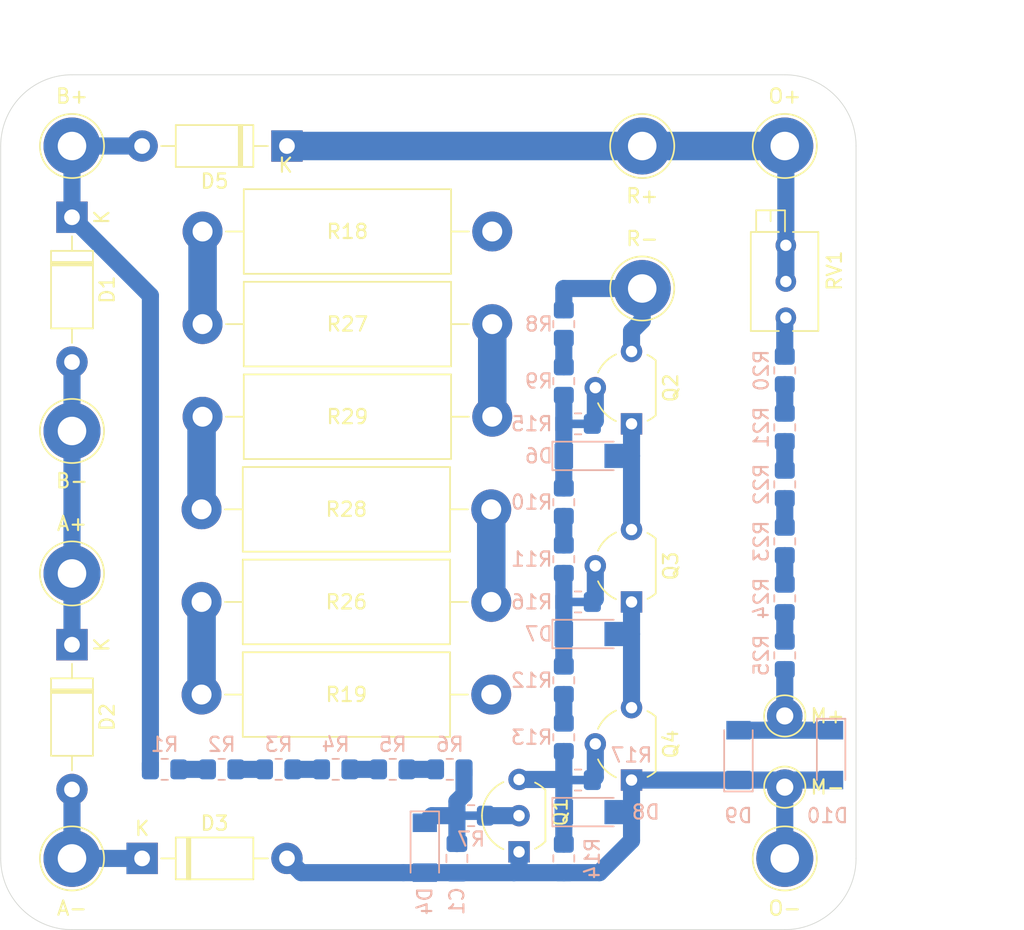
<source format=kicad_pcb>
(kicad_pcb (version 20211014) (generator pcbnew)
  (layers (0 "F.Cu" signal) (31 "B.Cu" signal) (34 "B.Paste" user) (35 "F.Paste" user) (36 "B.SilkS" user "B.Silkscreen") (37 "F.SilkS" user "F.Silkscreen") (38 "B.Mask" user) (39 "F.Mask" user) (44 "Edge.Cuts" user))
  (net 0 "")
  (net 1 "/Dischg_dis")
  (net 2 "/Vout-")
  (net 3 "/Vsup+")
  (net 4 "/Vsupmid")
  (net 5 "/Vsup-")
  (net 6 "/Vout+")
  (net 7 "/Vg3")
  (net 8 "/Vd2")
  (net 9 "/Vg2")
  (net 10 "/Vd1")
  (net 11 "/Vg1")
  (net 12 "/Meter+")
  (net 13 "/Vd3")
  (net 14 "Net-(Q2-Pad2)")
  (net 15 "Net-(Q3-Pad2)")
  (net 16 "Net-(Q4-Pad2)")
  (net 17 "Net-(R1-Pad2)")
  (net 18 "Net-(R2-Pad2)")
  (net 19 "Net-(R3-Pad2)")
  (net 20 "Net-(R4-Pad2)")
  (net 21 "Net-(R5-Pad2)")
  (net 22 "Net-(R8-Pad2)")
  (net 23 "Net-(R10-Pad2)")
  (net 24 "Net-(R12-Pad2)")
  (net 25 "Net-(R18-Pad2)")
  (net 26 "Net-(R20-Pad2)")
  (net 27 "Net-(R21-Pad2)")
  (net 28 "Net-(R22-Pad2)")
  (net 29 "Net-(R23-Pad2)")
  (net 30 "Net-(R24-Pad2)")
  (net 31 "Net-(R20-Pad1)")
  (net 32 "Net-(Q1-Pad2)")
  (net 33 "Net-(R19-Pad2)")
  (net 34 "Net-(R26-Pad2)")
  (net 35 "Net-(R27-Pad2)")
  (net 38 "Net-(R28-Pad2)")
  (footprint "Package_TO_SOT_THT:TO-92L_Wide" (layer "F.Cu") (at 194.25 114.5 90)
    (fp_text reference "Q2" (at 2.525 2.75 90) (layer "F.SilkS"))
    (fp_text value "Q_NMOS_SGD")
    (fp_line (start 0.6 1.7) (end 4.45 1.7) (layer "F.SilkS") (width 0.12))
    (fp_arc (start 4.842383 1.112264) (mid 4.666594 1.419753) (end 4.45 1.7) (layer "F.SilkS") (width 0.12))
    (fp_arc (start 3.6 -2.35) (mid 4.351408 -1.834367) (end 4.876463 -1.089513) (layer "F.SilkS") (width 0.12))
    (fp_arc (start 0.192226 -1.094786) (mid 0.710119 -1.833613) (end 1.45 -2.35) (layer "F.SilkS") (width 0.12))
    (fp_arc (start 0.6 1.7) (mid 0.389183 1.423933) (end 0.217369 1.122045) (layer "F.SilkS") (width 0.12))
    (pad "1" thru_hole rect (at 0 0 90) (size 1.5 1.5) (drill 0.8) (layers *.Cu *.Mask) (net 8 "/Vd2"))
    (pad "2" thru_hole circle (at 2.54 -2.54 90) (size 1.5 1.5) (drill 0.8) (layers *.Cu *.Mask) (net 14 "Net-(Q2-Pad2)"))
    (pad "3" thru_hole circle (at 5.08 0 90) (size 1.5 1.5) (drill 0.8) (layers *.Cu *.Mask) (net 13 "/Vd3"))
  )
  (footprint "TestPoint:TestPoint_THTPad_D4.0mm_Drill2.0mm" (layer "F.Cu") (at 155 125)
    (fp_text reference "J3" hide)
    (fp_text value "A+" (at 0 -3.5) (layer "F.SilkS"))
    (fp_circle (center 0 0) (end 0 2.25) (layer "F.SilkS") (width 0.12) (fill none))
    (pad "1" thru_hole circle (at 0 0) (size 4 4) (drill 2) (layers *.Cu *.Mask) (net 4 "/Vsupmid"))
  )
  (footprint "TestPoint:TestPoint_THTPad_D2.5mm_Drill1.2mm" (layer "F.Cu") (at 205 140)
    (fp_text reference "J8" hide)
    (fp_text value "M-" (at 3 0) (layer "F.SilkS"))
    (fp_circle (center 0 0) (end 0 1.45) (layer "F.SilkS") (width 0.12) (fill none))
    (pad "1" thru_hole circle (at 0 0) (size 2.5 2.5) (drill 1.2) (layers *.Cu *.Mask) (net 2 "/Vout-"))
  )
  (footprint "Package_TO_SOT_THT:TO-92L_Wide" (layer "F.Cu") (at 194.25 139.5 90)
    (fp_text reference "Q4" (at 2.525 2.75 90) (layer "F.SilkS"))
    (fp_text value "Q_NMOS_SGD")
    (fp_line (start 0.6 1.7) (end 4.45 1.7) (layer "F.SilkS") (width 0.12))
    (fp_arc (start 0.6 1.7) (mid 0.389183 1.423933) (end 0.217369 1.122045) (layer "F.SilkS") (width 0.12))
    (fp_arc (start 0.192226 -1.094786) (mid 0.710119 -1.833613) (end 1.45 -2.35) (layer "F.SilkS") (width 0.12))
    (fp_arc (start 4.842383 1.112264) (mid 4.666594 1.419753) (end 4.45 1.7) (layer "F.SilkS") (width 0.12))
    (fp_arc (start 3.6 -2.35) (mid 4.351408 -1.834367) (end 4.876463 -1.089513) (layer "F.SilkS") (width 0.12))
    (pad "1" thru_hole rect (at 0 0 90) (size 1.5 1.5) (drill 0.8) (layers *.Cu *.Mask) (net 2 "/Vout-"))
    (pad "2" thru_hole circle (at 2.54 -2.54 90) (size 1.5 1.5) (drill 0.8) (layers *.Cu *.Mask) (net 16 "Net-(Q4-Pad2)"))
    (pad "3" thru_hole circle (at 5.08 0 90) (size 1.5 1.5) (drill 0.8) (layers *.Cu *.Mask) (net 10 "/Vd1"))
  )
  (footprint "Diode_THT:D_DO-41_SOD81_P10.16mm_Horizontal" (layer "F.Cu") (at 170.08 95 180)
    (fp_text reference "D5" (at 5.08 -2.47) (layer "F.SilkS"))
    (fp_text value "1N4007")
    (fp_text user "K" (at 0.09 -1.35) (layer "F.SilkS"))
    (fp_line (start 7.8 -1.47) (end 2.36 -1.47) (layer "F.SilkS") (width 0.12))
    (fp_line (start 7.8 1.47) (end 7.8 -1.47) (layer "F.SilkS") (width 0.12))
    (fp_line (start 8.82 0) (end 7.8 0) (layer "F.SilkS") (width 0.12))
    (fp_line (start 3.14 -1.47) (end 3.14 1.47) (layer "F.SilkS") (width 0.12))
    (fp_line (start 2.36 1.47) (end 7.8 1.47) (layer "F.SilkS") (width 0.12))
    (fp_line (start 1.34 0) (end 2.36 0) (layer "F.SilkS") (width 0.12))
    (fp_line (start 3.38 -1.47) (end 3.38 1.47) (layer "F.SilkS") (width 0.12))
    (fp_line (start 2.36 -1.47) (end 2.36 1.47) (layer "F.SilkS") (width 0.12))
    (fp_line (start 3.26 -1.47) (end 3.26 1.47) (layer "F.SilkS") (width 0.12))
    (pad "1" thru_hole rect (at 0 0 180) (size 2.2 2.2) (drill 1.1) (layers *.Cu *.Mask) (net 6 "/Vout+"))
    (pad "2" thru_hole oval (at 10.16 0 180) (size 2.2 2.2) (drill 1.1) (layers *.Cu *.Mask) (net 3 "/Vsup+"))
  )
  (footprint "Resistor_THT:R_Axial_DIN0614_L14.3mm_D5.7mm_P20.32mm_Horizontal" (layer "F.Cu") (at 184.48 114 180)
    (fp_text reference "R29" (at 10.16 0) (layer "F.SilkS"))
    (fp_text value "2k2")
    (fp_line (start 17.43 -2.97) (end 2.89 -2.97) (layer "F.SilkS") (width 0.12))
    (fp_line (start 2.89 2.97) (end 17.43 2.97) (layer "F.SilkS") (width 0.12))
    (fp_line (start 1.64 0) (end 2.89 0) (layer "F.SilkS") (width 0.12))
    (fp_line (start 17.43 2.97) (end 17.43 -2.97) (layer "F.SilkS") (width 0.12))
    (fp_line (start 2.89 -2.97) (end 2.89 2.97) (layer "F.SilkS") (width 0.12))
    (fp_line (start 18.68 0) (end 17.43 0) (layer "F.SilkS") (width 0.12))
    (pad "1" thru_hole circle (at 0 0 180) (size 2.8 2.8) (drill 1.4) (layers *.Cu *.Mask) (net 35 "Net-(R27-Pad2)"))
    (pad "2" thru_hole oval (at 20.32 0 180) (size 2.8 2.8) (drill 1.4) (layers *.Cu *.Mask) (net 38 "Net-(R28-Pad2)"))
  )
  (footprint "Package_TO_SOT_THT:TO-92L_Wide" (layer "F.Cu") (at 194.25 127 90)
    (fp_text reference "Q3" (at 2.525 2.75 90) (layer "F.SilkS"))
    (fp_text value "Q_NMOS_SGD")
    (fp_line (start 0.6 1.7) (end 4.45 1.7) (layer "F.SilkS") (width 0.12))
    (fp_arc (start 3.6 -2.35) (mid 4.351408 -1.834367) (end 4.876463 -1.089513) (layer "F.SilkS") (width 0.12))
    (fp_arc (start 0.6 1.7) (mid 0.389183 1.423933) (end 0.217369 1.122045) (layer "F.SilkS") (width 0.12))
    (fp_arc (start 4.842383 1.112264) (mid 4.666594 1.419753) (end 4.45 1.7) (layer "F.SilkS") (width 0.12))
    (fp_arc (start 0.192226 -1.094786) (mid 0.710119 -1.833613) (end 1.45 -2.35) (layer "F.SilkS") (width 0.12))
    (pad "1" thru_hole rect (at 0 0 90) (size 1.5 1.5) (drill 0.8) (layers *.Cu *.Mask) (net 10 "/Vd1"))
    (pad "2" thru_hole circle (at 2.54 -2.54 90) (size 1.5 1.5) (drill 0.8) (layers *.Cu *.Mask) (net 15 "Net-(Q3-Pad2)"))
    (pad "3" thru_hole circle (at 5.08 0 90) (size 1.5 1.5) (drill 0.8) (layers *.Cu *.Mask) (net 8 "/Vd2"))
  )
  (footprint "Diode_THT:D_DO-41_SOD81_P10.16mm_Horizontal" (layer "F.Cu") (at 155 130 -90)
    (fp_text reference "D2" (at 5.08 -2.47 90) (layer "F.SilkS"))
    (fp_text value "1N4007")
    (fp_text user "K" (at 0 -2.1 90) (layer "F.SilkS"))
    (fp_line (start 8.82 0) (end 7.8 0) (layer "F.SilkS") (width 0.12))
    (fp_line (start 3.14 -1.47) (end 3.14 1.47) (layer "F.SilkS") (width 0.12))
    (fp_line (start 1.34 0) (end 2.36 0) (layer "F.SilkS") (width 0.12))
    (fp_line (start 2.36 1.47) (end 7.8 1.47) (layer "F.SilkS") (width 0.12))
    (fp_line (start 2.36 -1.47) (end 2.36 1.47) (layer "F.SilkS") (width 0.12))
    (fp_line (start 7.8 1.47) (end 7.8 -1.47) (layer "F.SilkS") (width 0.12))
    (fp_line (start 3.26 -1.47) (end 3.26 1.47) (layer "F.SilkS") (width 0.12))
    (fp_line (start 7.8 -1.47) (end 2.36 -1.47) (layer "F.SilkS") (width 0.12))
    (fp_line (start 3.38 -1.47) (end 3.38 1.47) (layer "F.SilkS") (width 0.12))
    (pad "1" thru_hole rect (at 0 0 270) (size 2.2 2.2) (drill 1.1) (layers *.Cu *.Mask) (net 4 "/Vsupmid"))
    (pad "2" thru_hole oval (at 10.16 0 270) (size 2.2 2.2) (drill 1.1) (layers *.Cu *.Mask) (net 5 "/Vsup-"))
  )
  (footprint "TestPoint:TestPoint_THTPad_D4.0mm_Drill2.0mm" (layer "F.Cu") (at 155 95)
    (fp_text reference "J1" hide)
    (fp_text value "B+" (at 0 -3.5) (layer "F.SilkS"))
    (fp_circle (center 0 0) (end 0 2.25) (layer "F.SilkS") (width 0.12) (fill none))
    (pad "1" thru_hole circle (at 0 0) (size 4 4) (drill 2) (layers *.Cu *.Mask) (net 3 "/Vsup+"))
  )
  (footprint "Package_TO_SOT_THT:TO-92_Inline_Wide" (layer "F.Cu") (at 186.36 144.54 90)
    (fp_text reference "Q1" (at 2.79 2.89 90) (layer "F.SilkS"))
    (fp_text value "2N7000")
    (fp_line (start 0.74 1.85) (end 4.34 1.85) (layer "F.SilkS") (width 0.12))
    (fp_arc (start 0.1836 -1.098807) (mid 1.143021 -2.192817) (end 2.54 -2.6) (layer "F.SilkS") (width 0.12))
    (fp_arc (start 4.864184 1.122795) (mid 4.633903 1.509328) (end 4.34 1.85) (layer "F.SilkS") (width 0.12))
    (fp_arc (start 0.74 1.85) (mid 0.446097 1.509328) (end 0.215816 1.122795) (layer "F.SilkS") (width 0.12))
    (fp_arc (start 2.54 -2.6) (mid 3.936979 -2.192818) (end 4.8964 -1.098807) (layer "F.SilkS") (width 0.12))
    (pad "1" thru_hole rect (at 0 0 90) (size 1.5 1.5) (drill 0.8) (layers *.Cu *.Mask) (net 2 "/Vout-"))
    (pad "2" thru_hole circle (at 2.54 0 90) (size 1.5 1.5) (drill 0.8) (layers *.Cu *.Mask) (net 32 "Net-(Q1-Pad2)"))
    (pad "3" thru_hole circle (at 5.08 0 90) (size 1.5 1.5) (drill 0.8) (layers *.Cu *.Mask) (net 11 "/Vg1"))
  )
  (footprint "TestPoint:TestPoint_THTPad_D4.0mm_Drill2.0mm" (layer "F.Cu") (at 155 115)
    (fp_text reference "J2" hide)
    (fp_text value "B-" (at 0 3.5) (layer "F.SilkS"))
    (fp_circle (center 0 0) (end 0 2.25) (layer "F.SilkS") (width 0.12) (fill none))
    (pad "1" thru_hole circle (at 0 0) (size 4 4) (drill 2) (layers *.Cu *.Mask) (net 4 "/Vsupmid"))
  )
  (footprint "Potentiometer_THT:Potentiometer_Bourns_3266Z_Horizontal" (layer "F.Cu") (at 205.075 107.05 -90)
    (fp_text reference "RV1" (at -3.3 -3.41 90) (layer "F.SilkS"))
    (fp_text value "200k")
    (fp_line (start -7.535 0.06) (end -6.056 0.06) (layer "F.SilkS") (width 0.12))
    (fp_line (start 0.935 0.496) (end 0.935 2.46) (layer "F.SilkS") (width 0.12))
    (fp_line (start -6.015 2.46) (end 0.935 2.46) (layer "F.SilkS") (width 0.12))
    (fp_line (start -6.016 0.496) (end -6.016 2.08) (layer "F.SilkS") (width 0.12))
    (fp_line (start -6.015 0.496) (end -6.015 2.46) (layer "F.SilkS") (width 0.12))
    (fp_line (start -6.015 -2.28) (end 0.935 -2.28) (layer "F.SilkS") (width 0.12))
    (fp_line (start -7.535 0.06) (end -7.535 2.08) (layer "F.SilkS") (width 0.12))
    (fp_line (start -6.015 -2.28) (end -6.015 -0.494) (layer "F.SilkS") (width 0.12))
    (fp_line (start -7.535 2.08) (end -6.016 2.08) (layer "F.SilkS") (width 0.12))
    (fp_line (start 0.935 -2.28) (end 0.935 -0.494) (layer "F.SilkS") (width 0.12))
    (fp_line (start -7.535 1.07) (end -6.776 1.07) (layer "F.SilkS") (width 0.12))
    (pad "1" thru_hole circle (at 0 0 270) (size 1.44 1.44) (drill 0.8) (layers *.Cu *.Mask) (net 31 "Net-(R20-Pad1)"))
    (pad "2" thru_hole circle (at -2.54 0 270) (size 1.44 1.44) (drill 0.8) (layers *.Cu *.Mask) (net 6 "/Vout+"))
    (pad "3" thru_hole circle (at -5.08 0 270) (size 1.44 1.44) (drill 0.8) (layers *.Cu *.Mask) (net 6 "/Vout+"))
  )
  (footprint "TestPoint:TestPoint_THTPad_D4.0mm_Drill2.0mm" (layer "F.Cu") (at 205 145)
    (fp_text reference "J9" hide)
    (fp_text value "O-" (at 0 3.5) (layer "F.SilkS"))
    (fp_circle (center 0 0) (end 0 2.25) (layer "F.SilkS") (width 0.12) (fill none))
    (pad "1" thru_hole circle (at 0 0) (size 4 4) (drill 2) (layers *.Cu *.Mask) (net 2 "/Vout-"))
  )
  (footprint "Diode_THT:D_DO-41_SOD81_P10.16mm_Horizontal" (layer "F.Cu") (at 155 100 -90)
    (fp_text reference "D1" (at 5.08 -2.47 90) (layer "F.SilkS"))
    (fp_text value "1N4007")
    (fp_text user "K" (at 0 -2.1 90) (layer "F.SilkS"))
    (fp_line (start 2.36 1.47) (end 7.8 1.47) (layer "F.SilkS") (width 0.12))
    (fp_line (start 7.8 1.47) (end 7.8 -1.47) (layer "F.SilkS") (width 0.12))
    (fp_line (start 2.36 -1.47) (end 2.36 1.47) (layer "F.SilkS") (width 0.12))
    (fp_line (start 1.34 0) (end 2.36 0) (layer "F.SilkS") (width 0.12))
    (fp_line (start 7.8 -1.47) (end 2.36 -1.47) (layer "F.SilkS") (width 0.12))
    (fp_line (start 3.38 -1.47) (end 3.38 1.47) (layer "F.SilkS") (width 0.12))
    (fp_line (start 8.82 0) (end 7.8 0) (layer "F.SilkS") (width 0.12))
    (fp_line (start 3.26 -1.47) (end 3.26 1.47) (layer "F.SilkS") (width 0.12))
    (fp_line (start 3.14 -1.47) (end 3.14 1.47) (layer "F.SilkS") (width 0.12))
    (pad "1" thru_hole rect (at 0 0 270) (size 2.2 2.2) (drill 1.1) (layers *.Cu *.Mask) (net 3 "/Vsup+"))
    (pad "2" thru_hole oval (at 10.16 0 270) (size 2.2 2.2) (drill 1.1) (layers *.Cu *.Mask) (net 4 "/Vsupmid"))
  )
  (footprint "Resistor_THT:R_Axial_DIN0614_L14.3mm_D5.7mm_P20.32mm_Horizontal" (layer "F.Cu") (at 184.41 120.5 180)
    (fp_text reference "R28" (at 10.16 0) (layer "F.SilkS"))
    (fp_text value "2k2")
    (fp_line (start 18.68 0) (end 17.43 0) (layer "F.SilkS") (width 0.12))
    (fp_line (start 1.64 0) (end 2.89 0) (layer "F.SilkS") (width 0.12))
    (fp_line (start 2.89 -2.97) (end 2.89 2.97) (layer "F.SilkS") (width 0.12))
    (fp_line (start 17.43 2.97) (end 17.43 -2.97) (layer "F.SilkS") (width 0.12))
    (fp_line (start 17.43 -2.97) (end 2.89 -2.97) (layer "F.SilkS") (width 0.12))
    (fp_line (start 2.89 2.97) (end 17.43 2.97) (layer "F.SilkS") (width 0.12))
    (pad "1" thru_hole circle (at 0 0 180) (size 2.8 2.8) (drill 1.4) (layers *.Cu *.Mask) (net 34 "Net-(R26-Pad2)"))
    (pad "2" thru_hole oval (at 20.32 0 180) (size 2.8 2.8) (drill 1.4) (layers *.Cu *.Mask) (net 38 "Net-(R28-Pad2)"))
  )
  (footprint "TestPoint:TestPoint_THTPad_D4.0mm_Drill2.0mm" (layer "F.Cu") (at 195 105)
    (fp_text reference "J6" hide)
    (fp_text value "R-" (at 0 -3.5) (layer "F.SilkS"))
    (fp_circle (center 0 0) (end 0 2.25) (layer "F.SilkS") (width 0.12) (fill none))
    (pad "1" thru_hole circle (at 0 0) (size 4 4) (drill 2) (layers *.Cu *.Mask) (net 13 "/Vd3"))
  )
  (footprint "Diode_THT:D_DO-41_SOD81_P10.16mm_Horizontal" (layer "F.Cu") (at 159.92 145)
    (fp_text reference "D3" (at 5.08 -2.47) (layer "F.SilkS"))
    (fp_text value "1N4007")
    (fp_text user "K" (at 0 -2.1) (layer "F.SilkS"))
    (fp_line (start 3.26 -1.47) (end 3.26 1.47) (layer "F.SilkS") (width 0.12))
    (fp_line (start 2.36 -1.47) (end 2.36 1.47) (layer "F.SilkS") (width 0.12))
    (fp_line (start 2.36 1.47) (end 7.8 1.47) (layer "F.SilkS") (width 0.12))
    (fp_line (start 3.14 -1.47) (end 3.14 1.47) (layer "F.SilkS") (width 0.12))
    (fp_line (start 7.8 1.47) (end 7.8 -1.47) (layer "F.SilkS") (width 0.12))
    (fp_line (start 3.38 -1.47) (end 3.38 1.47) (layer "F.SilkS") (width 0.12))
    (fp_line (start 7.8 -1.47) (end 2.36 -1.47) (layer "F.SilkS") (width 0.12))
    (fp_line (start 8.82 0) (end 7.8 0) (layer "F.SilkS") (width 0.12))
    (fp_line (start 1.34 0) (end 2.36 0) (layer "F.SilkS") (width 0.12))
    (pad "1" thru_hole rect (at 0 0) (size 2.2 2.2) (drill 1.1) (layers *.Cu *.Mask) (net 5 "/Vsup-"))
    (pad "2" thru_hole oval (at 10.16 0) (size 2.2 2.2) (drill 1.1) (layers *.Cu *.Mask) (net 2 "/Vout-"))
  )
  (footprint "Resistor_THT:R_Axial_DIN0614_L14.3mm_D5.7mm_P20.32mm_Horizontal" (layer "F.Cu") (at 184.41 133.5 180)
    (fp_text reference "R19" (at 10.16 0) (layer "F.SilkS"))
    (fp_text value "2k2")
    (fp_line (start 18.68 0) (end 17.43 0) (layer "F.SilkS") (width 0.12))
    (fp_line (start 2.89 2.97) (end 17.43 2.97) (layer "F.SilkS") (width 0.12))
    (fp_line (start 17.43 2.97) (end 17.43 -2.97) (layer "F.SilkS") (width 0.12))
    (fp_line (start 1.64 0) (end 2.89 0) (layer "F.SilkS") (width 0.12))
    (fp_line (start 2.89 -2.97) (end 2.89 2.97) (layer "F.SilkS") (width 0.12))
    (fp_line (start 17.43 -2.97) (end 2.89 -2.97) (layer "F.SilkS") (width 0.12))
    (pad "1" thru_hole circle (at 0 0 180) (size 2.8 2.8) (drill 1.4) (layers *.Cu *.Mask))
    (pad "2" thru_hole oval (at 20.32 0 180) (size 2.8 2.8) (drill 1.4) (layers *.Cu *.Mask) (net 33 "Net-(R19-Pad2)"))
  )
  (footprint "TestPoint:TestPoint_THTPad_D4.0mm_Drill2.0mm" (layer "F.Cu") (at 155 145)
    (fp_text reference "J4" hide)
    (fp_text value "A-" (at 0 3.5) (layer "F.SilkS"))
    (fp_circle (center 0 0) (end 0 2.25) (layer "F.SilkS") (width 0.12) (fill none))
    (pad "1" thru_hole circle (at 0 0) (size 4 4) (drill 2) (layers *.Cu *.Mask) (net 5 "/Vsup-"))
  )
  (footprint "TestPoint:TestPoint_THTPad_D4.0mm_Drill2.0mm" (layer "F.Cu") (at 195 95)
    (fp_text reference "J5" hide)
    (fp_text value "R+" (at 0 3.5) (layer "F.SilkS"))
    (fp_circle (center 0 0) (end 0 2.25) (layer "F.SilkS") (width 0.12) (fill none))
    (pad "1" thru_hole circle (at 0 0) (size 4 4) (drill 2) (layers *.Cu *.Mask) (net 6 "/Vout+"))
  )
  (footprint "Resistor_THT:R_Axial_DIN0614_L14.3mm_D5.7mm_P20.32mm_Horizontal" (layer "F.Cu") (at 164.09 127)
    (fp_text reference "R26" (at 10.16 0) (layer "F.SilkS"))
    (fp_text value "2k2")
    (fp_line (start 18.68 0) (end 17.43 0) (layer "F.SilkS") (width 0.12))
    (fp_line (start 17.43 -2.97) (end 2.89 -2.97) (layer "F.SilkS") (width 0.12))
    (fp_line (start 2.89 2.97) (end 17.43 2.97) (layer "F.SilkS") (width 0.12))
    (fp_line (start 2.89 -2.97) (end 2.89 2.97) (layer "F.SilkS") (width 0.12))
    (fp_line (start 17.43 2.97) (end 17.43 -2.97) (layer "F.SilkS") (width 0.12))
    (fp_line (start 1.64 0) (end 2.89 0) (layer "F.SilkS") (width 0.12))
    (pad "1" thru_hole circle (at 0 0) (size 2.8 2.8) (drill 1.4) (layers *.Cu *.Mask) (net 33 "Net-(R19-Pad2)"))
    (pad "2" thru_hole oval (at 20.32 0) (size 2.8 2.8) (drill 1.4) (layers *.Cu *.Mask) (net 34 "Net-(R26-Pad2)"))
  )
  (footprint "TestPoint:TestPoint_THTPad_D2.5mm_Drill1.2mm" (layer "F.Cu") (at 205 135)
    (fp_text reference "J7" hide)
    (fp_text value "M+" (at 3 0) (layer "F.SilkS"))
    (fp_circle (center 0 0) (end 0 1.45) (layer "F.SilkS") (width 0.12) (fill none))
    (pad "1" thru_hole circle (at 0 0) (size 2.5 2.5) (drill 1.2) (layers *.Cu *.Mask) (net 12 "/Meter+"))
  )
  (footprint "TestPoint:TestPoint_THTPad_D4.0mm_Drill2.0mm" (layer "F.Cu") (at 205 95)
    (fp_text reference "J10" hide)
    (fp_text value "O+" (at 0 -3.5) (layer "F.SilkS"))
    (fp_circle (center 0 0) (end 0 2.25) (layer "F.SilkS") (width 0.12) (fill none))
    (pad "1" thru_hole circle (at 0 0) (size 4 4) (drill 2) (layers *.Cu *.Mask) (net 6 "/Vout+"))
  )
  (footprint "Resistor_THT:R_Axial_DIN0614_L14.3mm_D5.7mm_P20.32mm_Horizontal" (layer "F.Cu") (at 164.16 107.5)
    (fp_text reference "R27" (at 10.16 0) (layer "F.SilkS"))
    (fp_text value "2k2")
    (fp_line (start 17.43 2.97) (end 17.43 -2.97) (layer "F.SilkS") (width 0.12))
    (fp_line (start 2.89 2.97) (end 17.43 2.97) (layer "F.SilkS") (width 0.12))
    (fp_line (start 1.64 0) (end 2.89 0) (layer "F.SilkS") (width 0.12))
    (fp_line (start 18.68 0) (end 17.43 0) (layer "F.SilkS") (width 0.12))
    (fp_line (start 2.89 -2.97) (end 2.89 2.97) (layer "F.SilkS") (width 0.12))
    (fp_line (start 17.43 -2.97) (end 2.89 -2.97) (layer "F.SilkS") (width 0.12))
    (pad "1" thru_hole circle (at 0 0) (size 2.8 2.8) (drill 1.4) (layers *.Cu *.Mask) (net 25 "Net-(R18-Pad2)"))
    (pad "2" thru_hole oval (at 20.32 0) (size 2.8 2.8) (drill 1.4) (layers *.Cu *.Mask) (net 35 "Net-(R27-Pad2)"))
  )
  (footprint "Resistor_THT:R_Axial_DIN0614_L14.3mm_D5.7mm_P20.32mm_Horizontal" (layer "F.Cu") (at 184.48 101 180)
    (fp_text reference "R18" (at 10.16 0) (layer "F.SilkS"))
    (fp_text value "2k2")
    (fp_line (start 2.89 -2.97) (end 2.89 2.97) (layer "F.SilkS") (width 0.12))
    (fp_line (start 2.89 2.97) (end 17.43 2.97) (layer "F.SilkS") (width 0.12))
    (fp_line (start 17.43 -2.97) (end 2.89 -2.97) (layer "F.SilkS") (width 0.12))
    (fp_line (start 18.68 0) (end 17.43 0) (layer "F.SilkS") (width 0.12))
    (fp_line (start 1.64 0) (end 2.89 0) (layer "F.SilkS") (width 0.12))
    (fp_line (start 17.43 2.97) (end 17.43 -2.97) (layer "F.SilkS") (width 0.12))
    (pad "1" thru_hole circle (at 0 0 180) (size 2.8 2.8) (drill 1.4) (layers *.Cu *.Mask))
    (pad "2" thru_hole oval (at 20.32 0 180) (size 2.8 2.8) (drill 1.4) (layers *.Cu *.Mask) (net 25 "Net-(R18-Pad2)"))
  )
  (footprint "Resistor_SMD:R_0805_2012Metric_Pad1.20x1.40mm_HandSolder" (layer "B.Cu") (at 173.5 138.75)
    (fp_text reference "R4" (at 0 -1.75) (layer "B.SilkS") (effects (justify mirror)))
    (fp_text value "2M")
    (fp_line (start -0.227064 0.735) (end 0.227064 0.735) (layer "B.SilkS") (width 0.12))
    (fp_line (start -0.227064 -0.735) (end 0.227064 -0.735) (layer "B.SilkS") (width 0.12))
    (pad "1" smd roundrect (at -1 0) (size 1.2 1.4) (layers "B.Cu" "B.Paste" "B.Mask") (roundrect_rratio 0.208333) (net 19 "Net-(R3-Pad2)"))
    (pad "2" smd roundrect (at 1 0) (size 1.2 1.4) (layers "B.Cu" "B.Paste" "B.Mask") (roundrect_rratio 0.208333) (net 20 "Net-(R4-Pad2)"))
  )
  (footprint "Resistor_SMD:R_0805_2012Metric_Pad1.20x1.40mm_HandSolder" (layer "B.Cu") (at 205 126.75 -90)
    (fp_text reference "R24" (at 0 1.65 90) (layer "B.SilkS") (effects (justify mirror)))
    (fp_text value "2M")
    (fp_line (start -0.227064 -0.735) (end 0.227064 -0.735) (layer "B.SilkS") (width 0.12))
    (fp_line (start -0.227064 0.735) (end 0.227064 0.735) (layer "B.SilkS") (width 0.12))
    (pad "1" smd roundrect (at -1 0 270) (size 1.2 1.4) (layers "B.Cu" "B.Paste" "B.Mask") (roundrect_rratio 0.208333) (net 29 "Net-(R23-Pad2)"))
    (pad "2" smd roundrect (at 1 0 270) (size 1.2 1.4) (layers "B.Cu" "B.Paste" "B.Mask") (roundrect_rratio 0.208333) (net 30 "Net-(R24-Pad2)"))
  )
  (footprint "Resistor_SMD:R_0805_2012Metric_Pad1.20x1.40mm_HandSolder" (layer "B.Cu") (at 169.5 138.75)
    (fp_text reference "R3" (at 0 -1.75) (layer "B.SilkS") (effects (justify mirror)))
    (fp_text value "2M")
    (fp_line (start -0.227064 -0.735) (end 0.227064 -0.735) (layer "B.SilkS") (width 0.12))
    (fp_line (start -0.227064 0.735) (end 0.227064 0.735) (layer "B.SilkS") (width 0.12))
    (pad "1" smd roundrect (at -1 0) (size 1.2 1.4) (layers "B.Cu" "B.Paste" "B.Mask") (roundrect_rratio 0.208333) (net 18 "Net-(R2-Pad2)"))
    (pad "2" smd roundrect (at 1 0) (size 1.2 1.4) (layers "B.Cu" "B.Paste" "B.Mask") (roundrect_rratio 0.208333) (net 19 "Net-(R3-Pad2)"))
  )
  (footprint "Resistor_SMD:R_0805_2012Metric_Pad1.20x1.40mm_HandSolder" (layer "B.Cu") (at 189.5 132.5 -90)
    (fp_text reference "R12" (at 0 2.25 180) (layer "B.SilkS") (effects (justify mirror)))
    (fp_text value "2M")
    (fp_line (start -0.227064 0.735) (end 0.227064 0.735) (layer "B.SilkS") (width 0.12))
    (fp_line (start -0.227064 -0.735) (end 0.227064 -0.735) (layer "B.SilkS") (width 0.12))
    (pad "1" smd roundrect (at -1 0 270) (size 1.2 1.4) (layers "B.Cu" "B.Paste" "B.Mask") (roundrect_rratio 0.208333) (net 9 "/Vg2"))
    (pad "2" smd roundrect (at 1 0 270) (size 1.2 1.4) (layers "B.Cu" "B.Paste" "B.Mask") (roundrect_rratio 0.208333) (net 24 "Net-(R12-Pad2)"))
  )
  (footprint "Diode_SMD:D_MiniMELF" (layer "B.Cu") (at 201.75 137.75 90)
    (fp_text reference "D9" (at -4.25 0 180) (layer "B.SilkS") (effects (justify mirror)))
    (fp_text value "D")
    (fp_line (start -2.55 1) (end -2.55 -1) (layer "B.SilkS") (width 0.12))
    (fp_line (start 1.75 1) (end -2.55 1) (layer "B.SilkS") (width 0.12))
    (fp_line (start -2.55 -1) (end 1.75 -1) (layer "B.SilkS") (width 0.12))
    (pad "1" smd rect (at -1.75 0 90) (size 1.3 1.7) (layers "B.Cu" "B.Paste" "B.Mask") (net 2 "/Vout-"))
    (pad "2" smd rect (at 1.75 0 90) (size 1.3 1.7) (layers "B.Cu" "B.Paste" "B.Mask") (net 12 "/Meter+"))
  )
  (footprint "Resistor_SMD:R_0805_2012Metric_Pad1.20x1.40mm_HandSolder" (layer "B.Cu") (at 189.5 111.5 -90)
    (fp_text reference "R9" (at 0 1.75 180) (layer "B.SilkS") (effects (justify mirror)))
    (fp_text value "2M")
    (fp_line (start -0.227064 -0.735) (end 0.227064 -0.735) (layer "B.SilkS") (width 0.12))
    (fp_line (start -0.227064 0.735) (end 0.227064 0.735) (layer "B.SilkS") (width 0.12))
    (pad "1" smd roundrect (at -1 0 270) (size 1.2 1.4) (layers "B.Cu" "B.Paste" "B.Mask") (roundrect_rratio 0.208333) (net 22 "Net-(R8-Pad2)"))
    (pad "2" smd roundrect (at 1 0 270) (size 1.2 1.4) (layers "B.Cu" "B.Paste" "B.Mask") (roundrect_rratio 0.208333) (net 7 "/Vg3"))
  )
  (footprint "Diode_SMD:D_MiniMELF" (layer "B.Cu") (at 191.25 129.25)
    (fp_text reference "D7" (at -3.5 0) (layer "B.SilkS") (effects (justify mirror)))
    (fp_text value "BZV55B9V1")
    (fp_line (start -2.55 1) (end -2.55 -1) (layer "B.SilkS") (width 0.12))
    (fp_line (start 1.75 1) (end -2.55 1) (layer "B.SilkS") (width 0.12))
    (fp_line (start -2.55 -1) (end 1.75 -1) (layer "B.SilkS") (width 0.12))
    (pad "1" smd rect (at -1.75 0) (size 1.3 1.7) (layers "B.Cu" "B.Paste" "B.Mask") (net 9 "/Vg2"))
    (pad "2" smd rect (at 1.75 0) (size 1.3 1.7) (layers "B.Cu" "B.Paste" "B.Mask") (net 10 "/Vd1"))
  )
  (footprint "footprints:RBridged_0805_2012Metric_Pad1.20x1.40mm_HandSolder" (layer "B.Cu") (at 190.5 114.5)
    (fp_text reference "R15" (at -3.25 0) (layer "B.SilkS") (effects (justify mirror)))
    (fp_text value "10")
    (fp_poly (pts (xy 0.45 -0.3) (xy -0.45 -0.3) (xy -0.45 0.3) (xy 0.45 0.3)) (layer "B.Cu") (width 0) (fill solid))
    (fp_line (start -0.227064 -0.735) (end 0.227064 -0.735) (layer "B.SilkS") (width 0.12))
    (fp_line (start -0.227064 0.735) (end 0.227064 0.735) (layer "B.SilkS") (width 0.12))
    (pad "1" smd roundrect (at -1 0) (size 1.2 1.4) (layers "B.Cu" "B.Paste" "B.Mask") (roundrect_rratio 0.208333) (net 7 "/Vg3"))
    (pad "2" smd roundrect (at 1 0) (size 1.2 1.4) (layers "B.Cu" "B.Paste" "B.Mask") (roundrect_rratio 0.208333) (net 14 "Net-(Q2-Pad2)"))
  )
  (footprint "Resistor_SMD:R_0805_2012Metric_Pad1.20x1.40mm_HandSolder" (layer "B.Cu") (at 205 110.75 -90)
    (fp_text reference "R20" (at 0 1.65 90) (layer "B.SilkS") (effects (justify mirror)))
    (fp_text value "2M")
    (fp_line (start -0.227064 0.735) (end 0.227064 0.735) (layer "B.SilkS") (width 0.12))
    (fp_line (start -0.227064 -0.735) (end 0.227064 -0.735) (layer "B.SilkS") (width 0.12))
    (pad "1" smd roundrect (at -1 0 270) (size 1.2 1.4) (layers "B.Cu" "B.Paste" "B.Mask") (roundrect_rratio 0.208333) (net 31 "Net-(R20-Pad1)"))
    (pad "2" smd roundrect (at 1 0 270) (size 1.2 1.4) (layers "B.Cu" "B.Paste" "B.Mask") (roundrect_rratio 0.208333) (net 26 "Net-(R20-Pad2)"))
  )
  (footprint "Resistor_SMD:R_0805_2012Metric_Pad1.20x1.40mm_HandSolder" (layer "B.Cu") (at 205 118.75 -90)
    (fp_text reference "R22" (at 0 1.65 90) (layer "B.SilkS") (effects (justify mirror)))
    (fp_text value "2M")
    (fp_line (start -0.227064 -0.735) (end 0.227064 -0.735) (layer "B.SilkS") (width 0.12))
    (fp_line (start -0.227064 0.735) (end 0.227064 0.735) (layer "B.SilkS") (width 0.12))
    (pad "1" smd roundrect (at -1 0 270) (size 1.2 1.4) (layers "B.Cu" "B.Paste" "B.Mask") (roundrect_rratio 0.208333) (net 27 "Net-(R21-Pad2)"))
    (pad "2" smd roundrect (at 1 0 270) (size 1.2 1.4) (layers "B.Cu" "B.Paste" "B.Mask") (roundrect_rratio 0.208333) (net 28 "Net-(R22-Pad2)"))
  )
  (footprint "Resistor_SMD:R_0805_2012Metric_Pad1.20x1.40mm_HandSolder" (layer "B.Cu") (at 189.5 145 -90)
    (fp_text reference "R14" (at 0 -2 90) (layer "B.SilkS") (effects (justify mirror)))
    (fp_text value "2M")
    (fp_line (start -0.227064 0.735) (end 0.227064 0.735) (layer "B.SilkS") (width 0.12))
    (fp_line (start -0.227064 -0.735) (end 0.227064 -0.735) (layer "B.SilkS") (width 0.12))
    (pad "1" smd roundrect (at -1 0 270) (size 1.2 1.4) (layers "B.Cu" "B.Paste" "B.Mask") (roundrect_rratio 0.208333) (net 11 "/Vg1"))
    (pad "2" smd roundrect (at 1 0 270) (size 1.2 1.4) (layers "B.Cu" "B.Paste" "B.Mask") (roundrect_rratio 0.208333) (net 2 "/Vout-"))
  )
  (footprint "Resistor_SMD:R_0805_2012Metric_Pad1.20x1.40mm_HandSolder" (layer "B.Cu") (at 165.5 138.75)
    (fp_text reference "R2" (at 0 -1.75) (layer "B.SilkS") (effects (justify mirror)))
    (fp_text value "2M")
    (fp_line (start -0.227064 -0.735) (end 0.227064 -0.735) (layer "B.SilkS") (width 0.12))
    (fp_line (start -0.227064 0.735) (end 0.227064 0.735) (layer "B.SilkS") (width 0.12))
    (pad "1" smd roundrect (at -1 0) (size 1.2 1.4) (layers "B.Cu" "B.Paste" "B.Mask") (roundrect_rratio 0.208333) (net 17 "Net-(R1-Pad2)"))
    (pad "2" smd roundrect (at 1 0) (size 1.2 1.4) (layers "B.Cu" "B.Paste" "B.Mask") (roundrect_rratio 0.208333) (net 18 "Net-(R2-Pad2)"))
  )
  (footprint "Resistor_SMD:R_0805_2012Metric_Pad1.20x1.40mm_HandSolder" (layer "B.Cu") (at 205 122.75 -90)
    (fp_text reference "R23" (at 0 1.65 90) (layer "B.SilkS") (effects (justify mirror)))
    (fp_text value "2M")
    (fp_line (start -0.227064 0.735) (end 0.227064 0.735) (layer "B.SilkS") (width 0.12))
    (fp_line (start -0.227064 -0.735) (end 0.227064 -0.735) (layer "B.SilkS") (width 0.12))
    (pad "1" smd roundrect (at -1 0 270) (size 1.2 1.4) (layers "B.Cu" "B.Paste" "B.Mask") (roundrect_rratio 0.208333) (net 28 "Net-(R22-Pad2)"))
    (pad "2" smd roundrect (at 1 0 270) (size 1.2 1.4) (layers "B.Cu" "B.Paste" "B.Mask") (roundrect_rratio 0.208333) (net 29 "Net-(R23-Pad2)"))
  )
  (footprint "Resistor_SMD:R_0805_2012Metric_Pad1.20x1.40mm_HandSolder" (layer "B.Cu") (at 177.5 138.75)
    (fp_text reference "R5" (at 0 -1.75) (layer "B.SilkS") (effects (justify mirror)))
    (fp_text value "2M")
    (fp_line (start -0.227064 -0.735) (end 0.227064 -0.735) (layer "B.SilkS") (width 0.12))
    (fp_line (start -0.227064 0.735) (end 0.227064 0.735) (layer "B.SilkS") (width 0.12))
    (pad "1" smd roundrect (at -1 0) (size 1.2 1.4) (layers "B.Cu" "B.Paste" "B.Mask") (roundrect_rratio 0.208333) (net 20 "Net-(R4-Pad2)"))
    (pad "2" smd roundrect (at 1 0) (size 1.2 1.4) (layers "B.Cu" "B.Paste" "B.Mask") (roundrect_rratio 0.208333) (net 21 "Net-(R5-Pad2)"))
  )
  (footprint "Resistor_SMD:R_0805_2012Metric_Pad1.20x1.40mm_HandSolder" (layer "B.Cu") (at 161.5 138.75)
    (fp_text reference "R1" (at 0 -1.75) (layer "B.SilkS") (effects (justify mirror)))
    (fp_text value "2M")
    (fp_line (start -0.227064 0.735) (end 0.227064 0.735) (layer "B.SilkS") (width 0.12))
    (fp_line (start -0.227064 -0.735) (end 0.227064 -0.735) (layer "B.SilkS") (width 0.12))
    (pad "1" smd roundrect (at -1 0) (size 1.2 1.4) (layers "B.Cu" "B.Paste" "B.Mask") (roundrect_rratio 0.208333) (net 3 "/Vsup+"))
    (pad "2" smd roundrect (at 1 0) (size 1.2 1.4) (layers "B.Cu" "B.Paste" "B.Mask") (roundrect_rratio 0.208333) (net 17 "Net-(R1-Pad2)"))
  )
  (footprint "Diode_SMD:D_MiniMELF" (layer "B.Cu") (at 179.75 144.25 -90)
    (fp_text reference "D4" (at 3.75 0 90) (layer "B.SilkS") (effects (justify mirror)))
    (fp_text value "BZV55B9V1")
    (fp_line (start -2.55 -1) (end 1.75 -1) (layer "B.SilkS") (width 0.12))
    (fp_line (start -2.55 1) (end -2.55 -1) (layer "B.SilkS") (width 0.12))
    (fp_line (start 1.75 1) (end -2.55 1) (layer "B.SilkS") (width 0.12))
    (pad "1" smd rect (at -1.75 0 270) (size 1.3 1.7) (layers "B.Cu" "B.Paste" "B.Mask") (net 1 "/Dischg_dis"))
    (pad "2" smd rect (at 1.75 0 270) (size 1.3 1.7) (layers "B.Cu" "B.Paste" "B.Mask") (net 2 "/Vout-"))
  )
  (footprint "Resistor_SMD:R_0805_2012Metric_Pad1.20x1.40mm_HandSolder" (layer "B.Cu") (at 181.5 138.75)
    (fp_text reference "R6" (at 0 -1.75) (layer "B.SilkS") (effects (justify mirror)))
    (fp_text value "2M")
    (fp_line (start -0.227064 0.735) (end 0.227064 0.735) (layer "B.SilkS") (width 0.12))
    (fp_line (start -0.227064 -0.735) (end 0.227064 -0.735) (layer "B.SilkS") (width 0.12))
    (pad "1" smd roundrect (at -1 0) (size 1.2 1.4) (layers "B.Cu" "B.Paste" "B.Mask") (roundrect_rratio 0.208333) (net 21 "Net-(R5-Pad2)"))
    (pad "2" smd roundrect (at 1 0) (size 1.2 1.4) (layers "B.Cu" "B.Paste" "B.Mask") (roundrect_rratio 0.208333) (net 1 "/Dischg_dis"))
  )
  (footprint "Resistor_SMD:R_0805_2012Metric_Pad1.20x1.40mm_HandSolder" (layer "B.Cu") (at 205 114.75 -90)
    (fp_text reference "R21" (at 0 1.65 90) (layer "B.SilkS") (effects (justify mirror)))
    (fp_text value "2M")
    (fp_line (start -0.227064 -0.735) (end 0.227064 -0.735) (layer "B.SilkS") (width 0.12))
    (fp_line (start -0.227064 0.735) (end 0.227064 0.735) (layer "B.SilkS") (width 0.12))
    (pad "1" smd roundrect (at -1 0 270) (size 1.2 1.4) (layers "B.Cu" "B.Paste" "B.Mask") (roundrect_rratio 0.208333) (net 26 "Net-(R20-Pad2)"))
    (pad "2" smd roundrect (at 1 0 270) (size 1.2 1.4) (layers "B.Cu" "B.Paste" "B.Mask") (roundrect_rratio 0.208333) (net 27 "Net-(R21-Pad2)"))
  )
  (footprint "Resistor_SMD:R_0805_2012Metric_Pad1.20x1.40mm_HandSolder" (layer "B.Cu") (at 189.5 136.5 -90)
    (fp_text reference "R13" (at 0 2.25 180) (layer "B.SilkS") (effects (justify mirror)))
    (fp_text value "2M")
    (fp_line (start -0.227064 -0.735) (end 0.227064 -0.735) (layer "B.SilkS") (width 0.12))
    (fp_line (start -0.227064 0.735) (end 0.227064 0.735) (layer "B.SilkS") (width 0.12))
    (pad "1" smd roundrect (at -1 0 270) (size 1.2 1.4) (layers "B.Cu" "B.Paste" "B.Mask") (roundrect_rratio 0.208333) (net 24 "Net-(R12-Pad2)"))
    (pad "2" smd roundrect (at 1 0 270) (size 1.2 1.4) (layers "B.Cu" "B.Paste" "B.Mask") (roundrect_rratio 0.208333) (net 11 "/Vg1"))
  )
  (footprint "Diode_SMD:D_MiniMELF" (layer "B.Cu") (at 208.25 137.75 -90)
    (fp_text reference "D10" (at 4.25 0.25 180) (layer "B.SilkS") (effects (justify mirror)))
    (fp_text value "D")
    (fp_line (start -2.55 1) (end -2.55 -1) (layer "B.SilkS") (width 0.12))
    (fp_line (start -2.55 -1) (end 1.75 -1) (layer "B.SilkS") (width 0.12))
    (fp_line (start 1.75 1) (end -2.55 1) (layer "B.SilkS") (width 0.12))
    (pad "1" smd rect (at -1.75 0 270) (size 1.3 1.7) (layers "B.Cu" "B.Paste" "B.Mask") (net 12 "/Meter+"))
    (pad "2" smd rect (at 1.75 0 270) (size 1.3 1.7) (layers "B.Cu" "B.Paste" "B.Mask") (net 2 "/Vout-"))
  )
  (footprint "Diode_SMD:D_MiniMELF" (layer "B.Cu") (at 191.25 141.75)
    (fp_text reference "D8" (at 4 0) (layer "B.SilkS") (effects (justify mirror)))
    (fp_text value "BZV55B9V1")
    (fp_line (start -2.55 1) (end -2.55 -1) (layer "B.SilkS") (width 0.12))
    (fp_line (start 1.75 1) (end -2.55 1) (layer "B.SilkS") (width 0.12))
    (fp_line (start -2.55 -1) (end 1.75 -1) (layer "B.SilkS") (width 0.12))
    (pad "1" smd rect (at -1.75 0) (size 1.3 1.7) (layers "B.Cu" "B.Paste" "B.Mask") (net 11 "/Vg1"))
    (pad "2" smd rect (at 1.75 0) (size 1.3 1.7) (layers "B.Cu" "B.Paste" "B.Mask") (net 2 "/Vout-"))
  )
  (footprint "footprints:RBridged_0805_2012Metric_Pad1.20x1.40mm_HandSolder" (layer "B.Cu") (at 190.5 127)
    (fp_text reference "R16" (at -3.25 0) (layer "B.SilkS") (effects (justify mirror)))
    (fp_text value "10")
    (fp_poly (pts (xy 0.45 -0.3) (xy -0.45 -0.3) (xy -0.45 0.3) (xy 0.45 0.3)) (layer "B.Cu") (width 0) (fill solid))
    (fp_line (start -0.227064 0.735) (end 0.227064 0.735) (layer "B.SilkS") (width 0.12))
    (fp_line (start -0.227064 -0.735) (end 0.227064 -0.735) (layer "B.SilkS") (width 0.12))
    (pad "1" smd roundrect (at -1 0) (size 1.2 1.4) (layers "B.Cu" "B.Paste" "B.Mask") (roundrect_rratio 0.208333) (net 9 "/Vg2"))
    (pad "2" smd roundrect (at 1 0) (size 1.2 1.4) (layers "B.Cu" "B.Paste" "B.Mask") (roundrect_rratio 0.208333) (net 15 "Net-(Q3-Pad2)"))
  )
  (footprint "Capacitor_SMD:C_0805_2012Metric_Pad1.18x1.45mm_HandSolder" (layer "B.Cu") (at 182 145 -90)
    (fp_text reference "C1" (at 3 0 90) (layer "B.SilkS") (effects (justify mirror)))
    (fp_text value "100n")
    (fp_line (start -0.261252 0.735) (end 0.261252 0.735) (layer "B.SilkS") (width 0.12))
    (fp_line (start -0.261252 -0.735) (end 0.261252 -0.735) (layer "B.SilkS") (width 0.12))
    (pad "1" smd roundrect (at -1.0375 0 270) (size 1.175 1.45) (layers "B.Cu" "B.Paste" "B.Mask") (roundrect_rratio 0.212766) (net 1 "/Dischg_dis"))
    (pad "2" smd roundrect (at 1.0375 0 270) (size 1.175 1.45) (layers "B.Cu" "B.Paste" "B.Mask") (roundrect_rratio 0.212766) (net 2 "/Vout-"))
  )
  (footprint "footprints:RBridged_0805_2012Metric_Pad1.20x1.40mm_HandSolder" (layer "B.Cu") (at 183 142)
    (fp_text reference "R7" (at 0 1.65) (layer "B.SilkS") (effects (justify mirror)))
    (fp_text value "10")
    (fp_poly (pts (xy 0.45 -0.3) (xy -0.45 -0.3) (xy -0.45 0.3) (xy 0.45 0.3)) (layer "B.Cu") (width 0) (fill solid))
    (fp_line (start -0.227064 0.735) (end 0.227064 0.735) (layer "B.SilkS") (width 0.12))
    (fp_line (start -0.227064 -0.735) (end 0.227064 -0.735) (layer "B.SilkS") (width 0.12))
    (pad "1" smd roundrect (at -1 0) (size 1.2 1.4) (layers "B.Cu" "B.Paste" "B.Mask") (roundrect_rratio 0.208333) (net 1 "/Dischg_dis"))
    (pad "2" smd roundrect (at 1 0) (size 1.2 1.4) (layers "B.Cu" "B.Paste" "B.Mask") (roundrect_rratio 0.208333) (net 32 "Net-(Q1-Pad2)"))
  )
  (footprint "Diode_SMD:D_MiniMELF" (layer "B.Cu") (at 191.25 116.75)
    (fp_text reference "D6" (at -3.5 0) (layer "B.SilkS") (effects (justify mirror)))
    (fp_text value "BZV55B9V1")
    (fp_line (start 1.75 1) (end -2.55 1) (layer "B.SilkS") (width 0.12))
    (fp_line (start -2.55 -1) (end 1.75 -1) (layer "B.SilkS") (width 0.12))
    (fp_line (start -2.55 1) (end -2.55 -1) (layer "B.SilkS") (width 0.12))
    (pad "1" smd rect (at -1.75 0) (size 1.3 1.7) (layers "B.Cu" "B.Paste" "B.Mask") (net 7 "/Vg3"))
    (pad "2" smd rect (at 1.75 0) (size 1.3 1.7) (layers "B.Cu" "B.Paste" "B.Mask") (net 8 "/Vd2"))
  )
  (footprint "footprints:RBridged_0805_2012Metric_Pad1.20x1.40mm_HandSolder" (layer "B.Cu") (at 190.5 139.5)
    (fp_text reference "R17" (at 3.75 -1.75) (layer "B.SilkS") (effects (justify mirror)))
    (fp_text value "10")
    (fp_poly (pts (xy 0.45 -0.3) (xy -0.45 -0.3) (xy -0.45 0.3) (xy 0.45 0.3)) (layer "B.Cu") (width 0) (fill solid))
    (fp_line (start -0.227064 -0.735) (end 0.227064 -0.735) (layer "B.SilkS") (width 0.12))
    (fp_line (start -0.227064 0.735) (end 0.227064 0.735) (layer "B.SilkS") (width 0.12))
    (pad "1" smd roundrect (at -1 0) (size 1.2 1.4) (layers "B.Cu" "B.Paste" "B.Mask") (roundrect_rratio 0.208333) (net 11 "/Vg1"))
    (pad "2" smd roundrect (at 1 0) (size 1.2 1.4) (layers "B.Cu" "B.Paste" "B.Mask") (roundrect_rratio 0.208333) (net 16 "Net-(Q4-Pad2)"))
  )
  (footprint "Resistor_SMD:R_0805_2012Metric_Pad1.20x1.40mm_HandSolder" (layer "B.Cu") (at 189.5 124 -90)
    (fp_text reference "R11" (at 0 2.25 180) (layer "B.SilkS") (effects (justify mirror)))
    (fp_text value "2M")
    (fp_line (start -0.227064 -0.735) (end 0.227064 -0.735) (layer "B.SilkS") (width 0.12))
    (fp_line (start -0.227064 0.735) (end 0.227064 0.735) (layer "B.SilkS") (width 0.12))
    (pad "1" smd roundrect (at -1 0 270) (size 1.2 1.4) (layers "B.Cu" "B.Paste" "B.Mask") (roundrect_rratio 0.208333) (net 23 "Net-(R10-Pad2)"))
    (pad "2" smd roundrect (at 1 0 270) (size 1.2 1.4) (layers "B.Cu" "B.Paste" "B.Mask") (roundrect_rratio 0.208333) (net 9 "/Vg2"))
  )
  (footprint "Resistor_SMD:R_0805_2012Metric_Pad1.20x1.40mm_HandSolder" (layer "B.Cu") (at 205 130.75 -90)
    (fp_text reference "R25" (at 0 1.65 90) (layer "B.SilkS") (effects (justify mirror)))
    (fp_text value "2M")
    (fp_line (start -0.227064 0.735) (end 0.227064 0.735) (layer "B.SilkS") (width 0.12))
    (fp_line (start -0.227064 -0.735) (end 0.227064 -0.735) (layer "B.SilkS") (width 0.12))
    (pad "1" smd roundrect (at -1 0 270) (size 1.2 1.4) (layers "B.Cu" "B.Paste" "B.Mask") (roundrect_rratio 0.208333) (net 30 "Net-(R24-Pad2)"))
    (pad "2" smd roundrect (at 1 0 270) (size 1.2 1.4) (layers "B.Cu" "B.Paste" "B.Mask") (roundrect_rratio 0.208333) (net 12 "/Meter+"))
  )
  (footprint "Resistor_SMD:R_0805_2012Metric_Pad1.20x1.40mm_HandSolder" (layer "B.Cu") (at 189.5 107.5 -90)
    (fp_text reference "R8" (at 0 1.75 180) (layer "B.SilkS") (effects (justify mirror)))
    (fp_text value "2M")
    (fp_line (start -0.227064 0.735) (end 0.227064 0.735) (layer "B.SilkS") (width 0.12))
    (fp_line (start -0.227064 -0.735) (end 0.227064 -0.735) (layer "B.SilkS") (width 0.12))
    (pad "1" smd roundrect (at -1 0 270) (size 1.2 1.4) (layers "B.Cu" "B.Paste" "B.Mask") (roundrect_rratio 0.208333) (net 13 "/Vd3"))
    (pad "2" smd roundrect (at 1 0 270) (size 1.2 1.4) (layers "B.Cu" "B.Paste" "B.Mask") (roundrect_rratio 0.208333) (net 22 "Net-(R8-Pad2)"))
  )
  (footprint "Resistor_SMD:R_0805_2012Metric_Pad1.20x1.40mm_HandSolder" (layer "B.Cu") (at 189.5 120 -90)
    (fp_text reference "R10" (at 0 2.25 180) (layer "B.SilkS") (effects (justify mirror)))
    (fp_text value "2M")
    (fp_line (start -0.227064 -0.735) (end 0.227064 -0.735) (layer "B.SilkS") (width 0.12))
    (fp_line (start -0.227064 0.735) (end 0.227064 0.735) (layer "B.SilkS") (width 0.12))
    (pad "1" smd roundrect (at -1 0 270) (size 1.2 1.4) (layers "B.Cu" "B.Paste" "B.Mask") (roundrect_rratio 0.208333) (net 7 "/Vg3"))
    (pad "2" smd roundrect (at 1 0 270) (size 1.2 1.4) (layers "B.Cu" "B.Paste" "B.Mask") (roundrect_rratio 0.208333) (net 23 "Net-(R10-Pad2)"))
  )
  (gr_arc (start 205 90) (mid 208.535534 91.464466) (end 210 95) (layer "Edge.Cuts") (width 0.05))
  (gr_arc (start 150 95) (mid 151.464466 91.464466) (end 155 90) (layer "Edge.Cuts") (width 0.05))
  (gr_arc (start 210 145) (mid 208.535534 148.535534) (end 205 150) (layer "Edge.Cuts") (width 0.05))
  (gr_line (start 150 145) (end 150 95) (layer "Edge.Cuts") (width 0.05))
  (gr_arc (start 155 150) (mid 151.464466 148.535534) (end 150 145) (layer "Edge.Cuts") (width 0.05))
  (gr_line (start 155 90) (end 205 90) (layer "Edge.Cuts") (width 0.05))
  (gr_line (start 205 150) (end 155 150) (layer "Edge.Cuts") (width 0.05))
  (gr_line (start 210 95) (end 210 145) (layer "Edge.Cuts") (width 0.05))
  (segment (start 182.5 138.75) (end 182.5 140.5) (width 1.2) (layer "B.Cu") (net 1))
  (segment (start 180.25 142) (end 179.75 142.5) (width 1.2) (layer "B.Cu") (net 1))
  (segment (start 182 142) (end 182 141) (width 1.2) (layer "B.Cu") (net 1))
  (segment (start 182 143.9625) (end 182 142) (width 1.2) (layer "B.Cu") (net 1))
  (segment (start 182 141) (end 182.5 140.5) (width 1.2) (layer "B.Cu") (net 1))
  (segment (start 182 142) (end 180.25 142) (width 1.2) (layer "B.Cu") (net 1))
  (segment (start 171.08 146) (end 170.08 145) (width 1.2) (layer "B.Cu") (net 2))
  (segment (start 194 141.75) (end 194.25 141.5) (width 1.2) (layer "B.Cu") (net 2))
  (segment (start 186 146) (end 189.5 146) (width 1.2) (layer "B.Cu") (net 2))
  (segment (start 189.5 146) (end 192 146) (width 1.2) (layer "B.Cu") (net 2))
  (segment (start 205 140) (end 205 145) (width 1.2) (layer "B.Cu") (net 2))
  (segment (start 178.25 146) (end 186 146) (width 1.2) (layer "B.Cu") (net 2))
  (segment (start 201.75 139.5) (end 208.25 139.5) (width 1.2) (layer "B.Cu") (net 2))
  (segment (start 194.25 141.5) (end 194.25 139.5) (width 1.2) (layer "B.Cu") (net 2))
  (segment (start 194.25 139.5) (end 201.75 139.5) (width 1.2) (layer "B.Cu") (net 2))
  (segment (start 194.25 143.75) (end 194.25 141.5) (width 1.2) (layer "B.Cu") (net 2))
  (segment (start 192 146) (end 194.25 143.75) (width 1.2) (layer "B.Cu") (net 2))
  (segment (start 193 141.75) (end 194 141.75) (width 1.2) (layer "B.Cu") (net 2))
  (segment (start 186.36 144.54) (end 186.36 145.64) (width 1.2) (layer "B.Cu") (net 2))
  (segment (start 178.25 146) (end 171.08 146) (width 1.2) (layer "B.Cu") (net 2))
  (segment (start 186.36 145.64) (end 186 146) (width 1.2) (layer "B.Cu") (net 2))
  (segment (start 159.92 95) (end 155 95) (width 1.2) (layer "B.Cu") (net 3))
  (segment (start 160.5 105.5) (end 155 100) (width 1.2) (layer "B.Cu") (net 3))
  (segment (start 160.5 138.75) (end 160.5 105.5) (width 1.2) (layer "B.Cu") (net 3))
  (segment (start 155 100) (end 155 95) (width 1.2) (layer "B.Cu") (net 3))
  (segment (start 155 115) (end 155 125) (width 1.2) (layer "B.Cu") (net 4))
  (segment (start 155 125) (end 155 130) (width 1.2) (layer "B.Cu") (net 4))
  (segment (start 155 115) (end 155 110.16) (width 1.2) (layer "B.Cu") (net 4))
  (segment (start 155 140.16) (end 155 140.25) (width 1.2) (layer "F.Cu") (net 5))
  (segment (start 159.92 145) (end 155 145) (width 1.2) (layer "B.Cu") (net 5))
  (segment (start 155 140.16) (end 155 145) (width 1.2) (layer "B.Cu") (net 5))
  (segment (start 205.075 104.51) (end 205.075 95.075) (width 1.2) (layer "B.Cu") (net 6))
  (segment (start 205 95) (end 170.08 95) (width 2) (layer "B.Cu") (net 6))
  (segment (start 205.075 95.075) (end 205 95) (width 1.2) (layer "B.Cu") (net 6))
  (segment (start 189.5 116.75) (end 189.5 112.5) (width 1.2) (layer "B.Cu") (net 7))
  (segment (start 189.5 119) (end 189.5 116.75) (width 1.2) (layer "B.Cu") (net 7))
  (segment (start 193 116.75) (end 194.25 116.75) (width 1.2) (layer "B.Cu") (net 8))
  (segment (start 194.25 116.75) (end 194.25 114.5) (width 1.2) (layer "B.Cu") (net 8))
  (segment (start 194.25 121.92) (end 194.25 116.75) (width 1.2) (layer "B.Cu") (net 8))
  (segment (start 189.5 131.5) (end 189.5 129.25) (width 1.2) (layer "B.Cu") (net 9))
  (segment (start 189.5 129.25) (end 189.5 125) (width 1.2) (layer "B.Cu") (net 9))
  (segment (start 193 129.25) (end 194.25 129.25) (width 1.2) (layer "B.Cu") (net 10))
  (segment (start 194.25 129.25) (end 194.25 134.42) (width 1.2) (layer "B.Cu") (net 10))
  (segment (start 194.25 127) (end 194.25 129.25) (width 1.2) (layer "B.Cu") (net 10))
  (segment (start 189.46 139.46) (end 189.5 139.5) (width 1.2) (layer "B.Cu") (net 11))
  (segment (start 186.36 139.46) (end 189.46 139.46) (width 1.2) (layer "B.Cu") (net 11))
  (segment (start 189.5 142.75) (end 189.5 137.5) (width 1.2) (layer "B.Cu") (net 11))
  (segment (start 189.5 144) (end 189.5 142.75) (width 1.2) (layer "B.Cu") (net 11))
  (segment (start 189.48 142.73) (end 189.5 142.75) (width 1) (layer "B.Cu") (net 11))
  (segment (start 205 131.75) (end 205 135) (width 1.2) (layer "B.Cu") (net 12))
  (segment (start 208.25 136) (end 201.75 136) (width 1.2) (layer "B.Cu") (net 12))
  (segment (start 189.5 105) (end 195 105) (width 1.2) (layer "B.Cu") (net 13))
  (segment (start 194.25 108) (end 194.25 109.42) (width 1.2) (layer "B.Cu") (net 13))
  (segment (start 189.5 106.5) (end 189.5 105) (width 1.2) (layer "B.Cu") (net 13))
  (segment (start 195 107.25) (end 194.25 108) (width 1.2) (layer "B.Cu") (net 13))
  (segment (start 195 105) (end 195 107.25) (width 1.2) (layer "B.Cu") (net 13))
  (segment (start 191.71 114.29) (end 191.5 114.5) (width 1.2) (layer "B.Cu") (net 14))
  (segment (start 191.71 111.96) (end 191.71 114.29) (width 1.2) (layer "B.Cu") (net 14))
  (segment (start 191.71 126.79) (end 191.5 127) (width 1.2) (layer "B.Cu") (net 15))
  (segment (start 191.71 124.46) (end 191.71 126.79) (width 1.2) (layer "B.Cu") (net 15))
  (segment (start 191.71 136.96) (end 191.71 139.29) (width 1.2) (layer "B.Cu") (net 16))
  (segment (start 191.71 139.29) (end 191.5 139.5) (width 1.2) (layer "B.Cu") (net 16))
  (segment (start 162.5 138.75) (end 164.5 138.75) (width 1.2) (layer "B.Cu") (net 17))
  (segment (start 166.5 138.75) (end 168.5 138.75) (width 1.2) (layer "B.Cu") (net 18))
  (segment (start 170.5 138.75) (end 172.5 138.75) (width 1.2) (layer "B.Cu") (net 19))
  (segment (start 174.5 138.75) (end 176.5 138.75) (width 1.2) (layer "B.Cu") (net 20))
  (segment (start 178.5 138.75) (end 180.5 138.75) (width 1.2) (layer "B.Cu") (net 21))
  (segment (start 189.5 110.5) (end 189.5 108.5) (width 1.2) (layer "B.Cu") (net 22))
  (segment (start 189.5 123) (end 189.5 121) (width 1.2) (layer "B.Cu") (net 23))
  (segment (start 189.5 135.5) (end 189.5 133.5) (width 1.2) (layer "B.Cu") (net 24))
  (segment (start 164.16 107.5) (end 164.16 101) (width 2) (layer "B.Cu") (net 25))
  (segment (start 205 113.75) (end 205 111.75) (width 1.2) (layer "B.Cu") (net 26))
  (segment (start 205 117.75) (end 205 115.75) (width 1.2) (layer "B.Cu") (net 27))
  (segment (start 205 121.75) (end 205 119.75) (width 1.2) (layer "B.Cu") (net 28))
  (segment (start 205 125.75) (end 205 123.75) (width 1.2) (layer "B.Cu") (net 29))
  (segment (start 205 129.75) (end 205 127.75) (width 1.2) (layer "B.Cu") (net 30))
  (segment (start 205 109.75) (end 205 107.125) (width 1.2) (layer "B.Cu") (net 31))
  (segment (start 205 107.125) (end 205.075 107.05) (width 1.2) (layer "B.Cu") (net 31))
  (segment (start 186.36 142) (end 184 142) (width 1.2) (layer "B.Cu") (net 32))
  (segment (start 164.09 133.5) (end 164.09 127) (width 2) (layer "B.Cu") (net 33))
  (segment (start 184.41 120.5) (end 184.41 127) (width 2) (layer "B.Cu") (net 34))
  (segment (start 184.48 107.5) (end 184.48 114) (width 2) (layer "B.Cu") (net 35))
  (segment (start 164.09 114.07) (end 164.16 114) (width 2) (layer "F.Cu") (net 38))
  (segment (start 164.09 120.5) (end 164.09 114.07) (width 2) (layer "B.Cu") (net 38))
)
</source>
